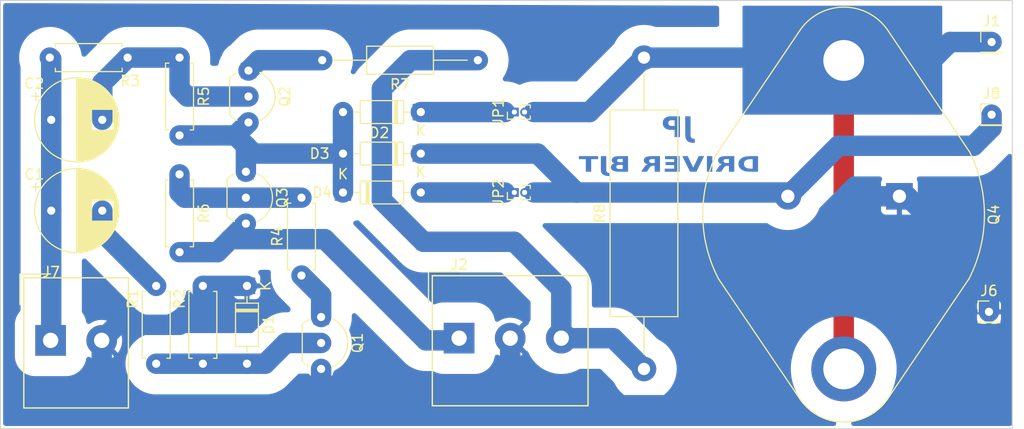
<source format=kicad_pcb>
(kicad_pcb (version 20221018) (generator pcbnew)
  (layers (0 "F.Cu" signal) (31 "B.Cu" signal) (34 "B.Paste" user) (35 "F.Paste" user) (36 "B.SilkS" user "B.Silkscreen") (37 "F.SilkS" user "F.Silkscreen") (38 "B.Mask" user) (39 "F.Mask" user) (44 "Edge.Cuts" user))
  (net 0 "")
  (net 1 "pwm")
  (net 2 "Net-(C1-Pad2)")
  (net 3 "Net-(Q2-B)")
  (net 4 "GND")
  (net 5 "Net-(D1-A)")
  (net 6 "Net-(D2-K)")
  (net 7 "Net-(D2-A)")
  (net 8 "Net-(D3-K)")
  (net 9 "Net-(D4-A)")
  (net 10 "+12V")
  (net 11 "-12V")
  (net 12 "Net-(Q1-C)")
  (net 13 "Net-(Q2-C)")
  (net 14 "Net-(Q3-B)")
  (net 15 "colector")
  (footprint "Diode_THT:D_DO-35_SOD27_P7.62mm_Horizontal" (layer "F.Cu") (at 54.102 40.132)
    (fp_text reference "D4" (at -2.032 0) (layer "F.SilkS"))
    (fp_text value "1N4148")
    (fp_text user "K" (at 0 -1.8) (layer "F.SilkS"))
    (pad "1" thru_hole rect (at 0 0) (size 1.6 1.6) (drill 0.8) (layers "*.Cu" "*.Mask") (net 7 "Net-(D2-A)"))
    (pad "2" thru_hole oval (at 7.62 0) (size 1.6 1.6) (drill 0.8) (layers "*.Cu" "*.Mask") (net 9 "Net-(D4-A)"))
  )
  (footprint "TerminalBlock_Altech:Altech_AK300_1x03_P5.00mm_45-Degree" (layer "F.Cu") (at 65.474 54.395)
    (fp_text reference "J2" (at 0 -7.2) (layer "F.SilkS"))
    (fp_text value "Conn_01x03")
    (pad "1" thru_hole rect (at 0 0) (size 3 3) (drill 1.5) (layers "*.Cu" "*.Mask") (net 11 "-12V"))
    (pad "2" thru_hole circle (at 5 0) (size 3 3) (drill 1.5) (layers "*.Cu" "*.Mask") (net 4 "GND"))
    (pad "3" thru_hole circle (at 10 0) (size 3 3) (drill 1.5) (layers "*.Cu" "*.Mask") (net 10 "+12V"))
  )
  (footprint "Package_TO_SOT_THT:TO-92_Inline_Wide" (layer "F.Cu") (at 51.964 52.324 -90)
    (fp_text reference "Q1" (at 2.54 -3.56 90) (layer "F.SilkS"))
    (fp_text value "BC557")
    (pad "1" thru_hole rect (at 0 0 270) (size 1.5 1.5) (drill 0.8) (layers "*.Cu" "*.Mask") (net 12 "Net-(Q1-C)"))
    (pad "2" thru_hole circle (at 2.54 0 270) (size 1.5 1.5) (drill 0.8) (layers "*.Cu" "*.Mask") (net 5 "Net-(D1-A)"))
    (pad "3" thru_hole circle (at 5.08 0 270) (size 1.5 1.5) (drill 0.8) (layers "*.Cu" "*.Mask") (net 4 "GND"))
  )
  (footprint "Resistor_THT:R_Axial_DIN0207_L6.3mm_D2.5mm_P15.24mm_Horizontal" (layer "F.Cu") (at 67.31 27.178 180)
    (fp_text reference "R7" (at 7.62 -2.37 180) (layer "F.SilkS"))
    (fp_text value "120")
    (pad "1" thru_hole circle (at 0 0 180) (size 1.6 1.6) (drill 0.8) (layers "*.Cu" "*.Mask") (net 10 "+12V"))
    (pad "2" thru_hole oval (at 15.24 0 180) (size 1.6 1.6) (drill 0.8) (layers "*.Cu" "*.Mask") (net 13 "Net-(Q2-C)"))
  )
  (footprint "Connector_PinHeader_1.00mm:PinHeader_1x02_P1.00mm_Vertical" (layer "F.Cu") (at 70.882 32.258 90)
    (fp_text reference "JP1" (at 0 -1.56 90) (layer "F.SilkS"))
    (fp_text value "Jumper")
    (pad "1" thru_hole rect (at 0 0 90) (size 0.85 0.85) (drill 0.5) (layers "*.Cu" "*.Mask") (net 6 "Net-(D2-K)"))
    (pad "2" thru_hole oval (at 0 1 90) (size 0.85 0.85) (drill 0.5) (layers "*.Cu" "*.Mask") (net 15 "colector"))
  )
  (footprint "Resistor_THT:R_Axial_DIN0207_L6.3mm_D2.5mm_P7.62mm_Horizontal" (layer "F.Cu") (at 40.386 56.896 90)
    (fp_text reference "R2" (at 6.35 -2.286 90) (layer "F.SilkS"))
    (fp_text value "1k")
    (pad "1" thru_hole circle (at 0 0 90) (size 1.6 1.6) (drill 0.8) (layers "*.Cu" "*.Mask") (net 5 "Net-(D1-A)"))
    (pad "2" thru_hole oval (at 7.62 0 90) (size 1.6 1.6) (drill 0.8) (layers "*.Cu" "*.Mask") (net 4 "GND"))
  )
  (footprint "Resistor_THT:R_Axial_DIN0207_L6.3mm_D2.5mm_P7.62mm_Horizontal" (layer "F.Cu") (at 38.1 26.924 -90)
    (fp_text reference "R5" (at 3.81 -2.37 90) (layer "F.SilkS"))
    (fp_text value "220")
    (pad "1" thru_hole circle (at 0 0 270) (size 1.6 1.6) (drill 0.8) (layers "*.Cu" "*.Mask") (net 3 "Net-(Q2-B)"))
    (pad "2" thru_hole oval (at 7.62 0 270) (size 1.6 1.6) (drill 0.8) (layers "*.Cu" "*.Mask") (net 7 "Net-(D2-A)"))
  )
  (footprint "Resistor_THT:R_Axial_DIN0207_L6.3mm_D2.5mm_P7.62mm_Horizontal" (layer "F.Cu") (at 50.038 48.26 90)
    (fp_text reference "R4" (at 3.81 -2.37 90) (layer "F.SilkS"))
    (fp_text value "150")
    (pad "1" thru_hole circle (at 0 0 90) (size 1.6 1.6) (drill 0.8) (layers "*.Cu" "*.Mask") (net 12 "Net-(Q1-C)"))
    (pad "2" thru_hole oval (at 7.62 0 90) (size 1.6 1.6) (drill 0.8) (layers "*.Cu" "*.Mask") (net 14 "Net-(Q3-B)"))
  )
  (footprint "Package_TO_SOT_THT:TO-3" (layer "F.Cu") (at 108.579 40.504 -90)
    (fp_text reference "Q4" (at 1.8 -9.25 -270) (layer "F.SilkS"))
    (fp_text value "BU208A")
    (pad "1" thru_hole rect (at 0 0 270) (size 2.6 2.6) (drill 1.3) (layers "*.Cu" "*.Mask") (net 4 "GND"))
    (pad "2" thru_hole circle (at 0 10.92 270) (size 2.6 2.6) (drill 1.3) (layers "*.Cu" "*.Mask") (net 8 "Net-(D3-K)"))
    (pad "3" thru_hole circle (at -13.3 5.45 270) (size 6.35 6.35) (drill 4) (layers "*.Cu" "*.Mask") (net 15 "colector"))
    (pad "3" thru_hole circle (at 16.9 5.45 270) (size 6.35 6.35) (drill 4) (layers "*.Cu" "*.Mask") (net 15 "colector"))
  )
  (footprint "Connector_PinHeader_1.00mm:PinHeader_1x02_P1.00mm_Vertical" (layer "F.Cu") (at 70.882 40.132 90)
    (fp_text reference "JP2" (at 0 -1.56 90) (layer "F.SilkS"))
    (fp_text value "Jumper")
    (pad "1" thru_hole rect (at 0 0 90) (size 0.85 0.85) (drill 0.5) (layers "*.Cu" "*.Mask") (net 9 "Net-(D4-A)"))
    (pad "2" thru_hole oval (at 0 1 90) (size 0.85 0.85) (drill 0.5) (layers "*.Cu" "*.Mask") (net 8 "Net-(D3-K)"))
  )
  (footprint "Diode_THT:D_DO-35_SOD27_P7.62mm_Horizontal" (layer "F.Cu") (at 61.722 36.322 180)
    (fp_text reference "D3" (at 9.906 0) (layer "F.SilkS"))
    (fp_text value "1N4148")
    (fp_text user "K" (at 0 -1.8) (layer "F.SilkS"))
    (pad "1" thru_hole rect (at 0 0 180) (size 1.6 1.6) (drill 0.8) (layers "*.Cu" "*.Mask") (net 8 "Net-(D3-K)"))
    (pad "2" thru_hole oval (at 7.62 0 180) (size 1.6 1.6) (drill 0.8) (layers "*.Cu" "*.Mask") (net 7 "Net-(D2-A)"))
  )
  (footprint "Package_TO_SOT_THT:TO-92_Inline_Wide" (layer "F.Cu") (at 44.852 28.194 -90)
    (fp_text reference "Q2" (at 2.54 -3.56 90) (layer "F.SilkS"))
    (fp_text value "BC548")
    (pad "1" thru_hole rect (at 0 0 270) (size 1.5 1.5) (drill 0.8) (layers "*.Cu" "*.Mask") (net 13 "Net-(Q2-C)"))
    (pad "2" thru_hole circle (at 2.54 0 270) (size 1.5 1.5) (drill 0.8) (layers "*.Cu" "*.Mask") (net 3 "Net-(Q2-B)"))
    (pad "3" thru_hole circle (at 5.08 0 270) (size 1.5 1.5) (drill 0.8) (layers "*.Cu" "*.Mask") (net 7 "Net-(D2-A)"))
  )
  (footprint "Diode_THT:D_DO-35_SOD27_P7.62mm_Horizontal" (layer "F.Cu") (at 61.722 32.258 180)
    (fp_text reference "D2" (at 4.064 -2.032) (layer "F.SilkS"))
    (fp_text value "1N4148")
    (fp_text user "K" (at 0 -1.8) (layer "F.SilkS"))
    (pad "1" thru_hole rect (at 0 0 180) (size 1.6 1.6) (drill 0.8) (layers "*.Cu" "*.Mask") (net 6 "Net-(D2-K)"))
    (pad "2" thru_hole oval (at 7.62 0 180) (size 1.6 1.6) (drill 0.8) (layers "*.Cu" "*.Mask") (net 7 "Net-(D2-A)"))
  )
  (footprint "Resistor_THT:R_Axial_DIN0207_L6.3mm_D2.5mm_P7.62mm_Horizontal" (layer "F.Cu") (at 25.4 26.924)
    (fp_text reference "R3" (at 7.874 2.286) (layer "F.SilkS"))
    (fp_text value "820")
    (pad "1" thru_hole circle (at 0 0) (size 1.6 1.6) (drill 0.8) (layers "*.Cu" "*.Mask") (net 1 "pwm"))
    (pad "2" thru_hole oval (at 7.62 0) (size 1.6 1.6) (drill 0.8) (layers "*.Cu" "*.Mask") (net 3 "Net-(Q2-B)"))
  )
  (footprint "Capacitor_THT:CP_Radial_D8.0mm_P5.00mm" (layer "F.Cu") (at 25.537349 33.02)
    (fp_text reference "C2" (at -1.661349 -3.556) (layer "F.SilkS"))
    (fp_text value "150pF")
    (pad "1" thru_hole rect (at 0 0) (size 1.6 1.6) (drill 0.8) (layers "*.Cu" "*.Mask") (net 1 "pwm"))
    (pad "2" thru_hole circle (at 5 0) (size 1.6 1.6) (drill 0.8) (layers "*.Cu" "*.Mask") (net 3 "Net-(Q2-B)"))
  )
  (footprint "TerminalBlock_Altech:Altech_AK300_1x02_P5.00mm_45-Degree" (layer "F.Cu") (at 25.48 54.61)
    (fp_text reference "J7" (at 0.057349 -6.692) (layer "F.SilkS"))
    (fp_text value "Conn_01x02")
    (pad "1" thru_hole rect (at 0 0) (size 3 3) (drill 1.5) (layers "*.Cu" "*.Mask") (net 1 "pwm"))
    (pad "2" thru_hole circle (at 5 0) (size 3 3) (drill 1.5) (layers "*.Cu" "*.Mask") (net 4 "GND"))
  )
  (footprint "Package_TO_SOT_THT:TO-92_Inline_Wide" (layer "F.Cu") (at 44.598 38.1 -90)
    (fp_text reference "Q3" (at 2.54 -3.56 90) (layer "F.SilkS"))
    (fp_text value "BC548")
    (pad "1" thru_hole rect (at 0 0 270) (size 1.5 1.5) (drill 0.8) (layers "*.Cu" "*.Mask") (net 7 "Net-(D2-A)"))
    (pad "2" thru_hole circle (at 2.54 0 270) (size 1.5 1.5) (drill 0.8) (layers "*.Cu" "*.Mask") (net 14 "Net-(Q3-B)"))
    (pad "3" thru_hole circle (at 5.08 0 270) (size 1.5 1.5) (drill 0.8) (layers "*.Cu" "*.Mask") (net 11 "-12V"))
  )
  (footprint "Connector_PinHeader_2.00mm:PinHeader_1x01_P2.00mm_Vertical" (layer "F.Cu") (at 117.348 51.816)
    (fp_text reference "J6" (at 0 -2.06) (layer "F.SilkS"))
    (fp_text value "emisor")
    (pad "1" thru_hole rect (at 0 0) (size 1.35 1.35) (drill 0.8) (layers "*.Cu" "*.Mask") (net 4 "GND"))
  )
  (footprint "Resistor_THT:R_Axial_DIN0207_L6.3mm_D2.5mm_P7.62mm_Horizontal" (layer "F.Cu") (at 35.814 49.276 -90)
    (fp_text reference "R1" (at 1.27 2.286 90) (layer "F.SilkS"))
    (fp_text value "270")
    (pad "1" thru_hole circle (at 0 0 270) (size 1.6 1.6) (drill 0.8) (layers "*.Cu" "*.Mask") (net 2 "Net-(C1-Pad2)"))
    (pad "2" thru_hole oval (at 7.62 0 270) (size 1.6 1.6) (drill 0.8) (layers "*.Cu" "*.Mask") (net 5 "Net-(D1-A)"))
  )
  (footprint "Resistor_THT:R_Axial_DIN0207_L6.3mm_D2.5mm_P7.62mm_Horizontal" (layer "F.Cu") (at 38.1 38.354 -90)
    (fp_text reference "R6" (at 3.81 -2.37 90) (layer "F.SilkS"))
    (fp_text value "100")
    (pad "1" thru_hole circle (at 0 0 270) (size 1.6 1.6) (drill 0.8) (layers "*.Cu" "*.Mask") (net 14 "Net-(Q3-B)"))
    (pad "2" thru_hole oval (at 7.62 0 270) (size 1.6 1.6) (drill 0.8) (layers "*.Cu" "*.Mask") (net 11 "-12V"))
  )
  (footprint "Resistor_THT:R_Axial_Power_L20.0mm_W6.4mm_P30.48mm" (layer "F.Cu") (at 83.571 57.409 90)
    (fp_text reference "R8" (at 15.24 -4.32 90) (layer "F.SilkS"))
    (fp_text value "12 ohm 7w")
    (pad "1" thru_hole circle (at 0 0 90) (size 2.4 2.4) (drill 1.2) (layers "*.Cu" "*.Mask") (net 10 "+12V"))
    (pad "2" thru_hole oval (at 30.48 0 90) (size 2.4 2.4) (drill 1.2) (layers "*.Cu" "*.Mask") (net 15 "colector"))
  )
  (footprint "Diode_THT:D_DO-35_SOD27_P7.62mm_Horizontal" (layer "F.Cu") (at 44.704 49.276 -90)
    (fp_text reference "D1" (at 3.81 -2.12 90) (layer "F.SilkS"))
    (fp_text value "1N4148")
    (fp_text user "K" (at 0 -1.8 90) (layer "F.SilkS"))
    (pad "1" thru_hole rect (at 0 0 270) (size 1.6 1.6) (drill 0.8) (layers "*.Cu" "*.Mask") (net 4 "GND"))
    (pad "2" thru_hole oval (at 7.62 0 270) (size 1.6 1.6) (drill 0.8) (layers "*.Cu" "*.Mask") (net 5 "Net-(D1-A)"))
  )
  (footprint "Connector_PinHeader_2.00mm:PinHeader_1x01_P2.00mm_Vertical" (layer "F.Cu") (at 117.607 32.512)
    (fp_text reference "J8" (at 0 -2.06) (layer "F.SilkS"))
    (fp_text value "base")
    (pad "1" thru_hole rect (at 0 0) (size 1.35 1.35) (drill 0.8) (layers "*.Cu" "*.Mask") (net 8 "Net-(D3-K)"))
  )
  (footprint "Capacitor_THT:CP_Radial_D8.0mm_P5.00mm" (layer "F.Cu") (at 25.537349 41.91)
    (fp_text reference "C1" (at -1.661349 -3.556) (layer "F.SilkS"))
    (fp_text value "10nF")
    (pad "1" thru_hole rect (at 0 0) (size 1.6 1.6) (drill 0.8) (layers "*.Cu" "*.Mask") (net 1 "pwm"))
    (pad "2" thru_hole circle (at 5 0) (size 1.6 1.6) (drill 0.8) (layers "*.Cu" "*.Mask") (net 2 "Net-(C1-Pad2)"))
  )
  (footprint "Connector_PinHeader_2.00mm:PinHeader_1x01_P2.00mm_Vertical" (layer "F.Cu") (at 117.607 25.4)
    (fp_text reference "J1" (at 0 -2.06) (layer "F.SilkS"))
    (fp_text value "colector")
    (pad "1" thru_hole rect (at 0 0) (size 1.35 1.35) (drill 0.8) (layers "*.Cu" "*.Mask") (net 15 "colector"))
  )
  (gr_rect (start 20.574 21.336) (end 119.634 63.246) (stroke (width 0.1)) (fill none) (layer "Edge.Cuts"))
  (gr_text "DRIVER BJT" (at 94.996 38.354) (layer "B.Cu") (effects (font (size 1.5 2) (thickness 0.3) bold) (justify left bottom mirror)))
  (gr_text "JP" (at 88.392 35.052) (layer "B.Cu") (effects (font (size 2 2) (thickness 0.3) bold) (justify left bottom mirror)))
  (segment (start 25.537349 33.02) (end 25.537349 27.061349) (width 2) (layer "B.Cu") (net 1))
  (segment (start 25.537349 27.061349) (end 25.4 26.924) (width 2) (layer "B.Cu") (net 1))
  (segment (start 25.537349 54.552651) (end 25.48 54.61) (width 2) (layer "B.Cu") (net 1))
  (segment (start 25.537349 41.91) (end 25.537349 54.552651) (width 2) (layer "B.Cu") (net 1))
  (segment (start 25.537349 33.02) (end 25.537349 41.91) (width 2) (layer "B.Cu") (net 1))
  (segment (start 30.537349 41.91) (end 30.537349 43.999349) (width 2) (layer "B.Cu") (net 2))
  (segment (start 30.537349 43.999349) (end 35.814 49.276) (width 2) (layer "B.Cu") (net 2))
  (segment (start 38.862 30.734) (end 38.1 29.972) (width 2) (layer "B.Cu") (net 3))
  (segment (start 38.1 26.924) (end 33.02 26.924) (width 2) (layer "B.Cu") (net 3))
  (segment (start 30.537349 33.02) (end 30.537349 29.406651) (width 2) (layer "B.Cu") (net 3))
  (segment (start 38.1 29.972) (end 38.1 26.924) (width 2) (layer "B.Cu") (net 3))
  (segment (start 30.537349 29.406651) (end 33.02 26.924) (width 2) (layer "B.Cu") (net 3))
  (segment (start 44.852 30.734) (end 38.862 30.734) (width 2) (layer "B.Cu") (net 3))
  (segment (start 70.474 59.806) (end 71.628 60.96) (width 2) (layer "B.Cu") (net 4))
  (segment (start 117.348 51.816) (end 117.348 48.509) (width 2) (layer "B.Cu") (net 4))
  (segment (start 44.704 49.276) (end 40.386 49.276) (width 2) (layer "B.Cu") (net 4))
  (segment (start 70.474 54.395) (end 70.474 59.806) (width 2) (layer "B.Cu") (net 4))
  (segment (start 30.48 58.928) (end 32.512 60.96) (width 2) (layer "B.Cu") (net 4))
  (segment (start 32.512 60.96) (end 53.594 60.96) (width 2) (layer "B.Cu") (net 4))
  (segment (start 40.386 50.8) (end 38.1 53.086) (width 2) (layer "B.Cu") (net 4))
  (segment (start 40.386 49.276) (end 40.386 50.8) (width 2) (layer "B.Cu") (net 4))
  (segment (start 51.964 57.404) (end 51.964 59.33) (width 2) (layer "B.Cu") (net 4))
  (segment (start 91.445 60.96) (end 94.747 57.658) (width 2) (layer "B.Cu") (net 4))
  (segment (start 32.004 53.086) (end 30.48 54.61) (width 2) (layer "B.Cu") (net 4))
  (segment (start 94.747 57.658) (end 94.747 52.07) (width 2) (layer "B.Cu") (net 4))
  (segment (start 38.1 53.086) (end 32.004 53.086) (width 2) (layer "B.Cu") (net 4))
  (segment (start 51.964 59.33) (end 53.594 60.96) (width 2) (layer "B.Cu") (net 4))
  (segment (start 30.48 54.61) (end 30.48 58.928) (width 2) (layer "B.Cu") (net 4))
  (segment (start 117.348 48.509) (end 109.343 40.504) (width 2) (layer "B.Cu") (net 4))
  (segment (start 106.313 40.504) (end 108.579 40.504) (width 2) (layer "B.Cu") (net 4))
  (segment (start 53.594 60.96) (end 71.628 60.96) (width 2) (layer "B.Cu") (net 4))
  (segment (start 109.343 40.504) (end 108.579 40.504) (width 2) (layer "B.Cu") (net 4))
  (segment (start 94.747 52.07) (end 106.313 40.504) (width 2) (layer "B.Cu") (net 4))
  (segment (start 71.628 60.96) (end 91.445 60.96) (width 2) (layer "B.Cu") (net 4))
  (segment (start 35.814 56.896) (end 40.386 56.896) (width 2) (layer "B.Cu") (net 5))
  (segment (start 48.514 54.864) (end 51.964 54.864) (width 2) (layer "B.Cu") (net 5))
  (segment (start 46.482 56.896) (end 48.514 54.864) (width 2) (layer "B.Cu") (net 5))
  (segment (start 44.704 56.896) (end 40.386 56.896) (width 2) (layer "B.Cu") (net 5))
  (segment (start 44.704 56.896) (end 46.482 56.896) (width 2) (layer "B.Cu") (net 5))
  (segment (start 61.722 32.258) (end 69.957 32.258) (width 2) (layer "B.Cu") (net 6))
  (segment (start 44.598 38.1) (end 44.598 35.56) (width 2) (layer "B.Cu") (net 7))
  (segment (start 44.598 35.56) (end 45.36 36.322) (width 2) (layer "B.Cu") (net 7))
  (segment (start 54.102 32.258) (end 54.102 36.322) (width 2) (layer "B.Cu") (net 7))
  (segment (start 54.102 40.132) (end 54.102 36.322) (width 2) (layer "B.Cu") (net 7))
  (segment (start 43.582 34.544) (end 44.852 33.274) (width 2) (layer "B.Cu") (net 7))
  (segment (start 45.36 36.322) (end 54.102 36.322) (width 2) (layer "B.Cu") (net 7))
  (segment (start 44.598 33.528) (end 44.852 33.274) (width 2) (layer "B.Cu") (net 7))
  (segment (start 44.598 35.56) (end 43.582 34.544) (width 2) (layer "B.Cu") (net 7))
  (segment (start 38.1 34.544) (end 43.582 34.544) (width 2) (layer "B.Cu") (net 7))
  (segment (start 76.962 40.132) (end 98.031 40.132) (width 2) (layer "B.Cu") (net 8))
  (segment (start 73.152 36.322) (end 76.962 40.132) (width 2) (layer "B.Cu") (net 8))
  (segment (start 117.607 32.512) (end 117.607 33.782) (width 2) (layer "B.Cu") (net 8))
  (segment (start 102.603 35.56) (end 115.829 35.56) (width 2) (layer "B.Cu") (net 8))
  (segment (start 61.722 36.322) (end 73.152 36.322) (width 2) (layer "B.Cu") (net 8))
  (segment (start 98.031 40.132) (end 102.603 35.56) (width 2) (layer "B.Cu") (net 8))
  (segment (start 72.807 40.132) (end 76.962 40.132) (width 2) (layer "B.Cu") (net 8))
  (segment (start 117.607 33.782) (end 115.829 35.56) (width 2) (layer "B.Cu") (net 8))
  (segment (start 97.659 40.504) (end 102.603 35.56) (width 2) (layer "B.Cu") (net 8))
  (segment (start 61.722 40.132) (end 69.957 40.132) (width 2) (layer "B.Cu") (net 9))
  (segment (start 61.976 44.958) (end 70.866 44.958) (width 2) (layer "B.Cu") (net 10))
  (segment (start 75.474 49.566) (end 75.474 54.395) (width 2) (layer "B.Cu") (net 10))
  (segment (start 57.912 40.894) (end 61.976 44.958) (width 2) (layer "B.Cu") (net 10))
  (segment (start 70.866 44.958) (end 75.474 49.566) (width 2) (layer "B.Cu") (net 10))
  (segment (start 80.557 54.395) (end 75.474 54.395) (width 2) (layer "B.Cu") (net 10))
  (segment (start 60.706 27.178) (end 57.912 29.972) (width 2) (layer "B.Cu") (net 10))
  (segment (start 83.571 57.409) (end 80.557 54.395) (width 2) (layer "B.Cu") (net 10))
  (segment (start 57.912 29.972) (end 57.912 40.894) (width 2) (layer "B.Cu") (net 10))
  (segment (start 67.31 27.178) (end 60.706 27.178) (width 2) (layer "B.Cu") (net 10))
  (segment (start 62.23 54.61) (end 65.259 54.61) (width 2) (layer "B.Cu") (net 11))
  (segment (start 62.23 54.61) (end 52.324 44.704) (width 2) (layer "B.Cu") (net 11))
  (segment (start 41.804 45.974) (end 38.1 45.974) (width 2) (layer "B.Cu") (net 11))
  (segment (start 44.598 43.18) (end 43 44.778) (width 2) (layer "B.Cu") (net 11))
  (segment (start 43.074 44.704) (end 43 44.778) (width 2) (layer "B.Cu") (net 11))
  (segment (start 43 44.778) (end 41.804 45.974) (width 2) (layer "B.Cu") (net 11))
  (segment (start 65.259 54.61) (end 65.474 54.395) (width 2) (layer "B.Cu") (net 11))
  (segment (start 52.324 44.704) (end 43.074 44.704) (width 2) (layer "B.Cu") (net 11))
  (segment (start 51.964 52.324) (end 51.964 50.186) (width 2) (layer "B.Cu") (net 12))
  (segment (start 51.964 50.186) (end 50.038 48.26) (width 2) (layer "B.Cu") (net 12))
  (segment (start 52.07 27.178) (end 45.868 27.178) (width 2) (layer "B.Cu") (net 13))
  (segment (start 45.868 27.178) (end 44.852 28.194) (width 2) (layer "B.Cu") (net 13))
  (segment (start 38.608 40.64) (end 38.1 40.132) (width 2) (layer "B.Cu") (net 14))
  (segment (start 44.598 40.64) (end 38.608 40.64) (width 2) (layer "B.Cu") (net 14))
  (segment (start 38.1 40.132) (end 38.1 38.354) (width 2) (layer "B.Cu") (net 14))
  (segment (start 50.038 40.64) (end 44.598 40.64) (width 2) (layer "B.Cu") (net 14))
  (segment (start 103.129 27.204) (end 103.129 57.404) (width 2) (layer "F.Cu") (net 15))
  (segment (start 103.129 27.204) (end 111.739 27.204) (width 2) (layer "B.Cu") (net 15))
  (segment (start 113.543 25.4) (end 117.607 25.4) (width 2) (layer "B.Cu") (net 15))
  (segment (start 102.854 26.929) (end 103.129 27.204) (width 2) (layer "B.Cu") (net 15))
  (segment (start 78.242 32.258) (end 72.807 32.258) (width 2) (layer "B.Cu") (net 15))
  (segment (start 111.739 27.204) (end 113.543 25.4) (width 2) (layer "B.Cu") (net 15))
  (segment (start 83.571 26.929) (end 102.854 26.929) (width 2) (layer "B.Cu") (net 15))
  (segment (start 83.571 26.929) (end 78.242 32.258) (width 2) (layer "B.Cu") (net 15))
  (zone (net 4) (net_name "GND") (layer "B.Cu") (priority 1) (connect_pads (clearance 2)) (min_thickness 0.5) (fill yes (thermal_gap 0.5) (thermal_bridge_width 0.5))
    (polygon (pts (xy 22.352 21.59) (xy 90.932 21.844) (xy 90.932 34.544) (xy 115.316 34.544) (xy 115.316 21.844) (xy 119.634 21.844) (xy 119.634 62.992) (xy 20.828 62.992) (xy 20.828 21.59)))
  )
  (zone (net 15) (net_name "colector") (layer "B.Cu") (connect_pads yes (clearance 2)) (min_thickness 0.25) (fill yes (thermal_gap 0.5) (thermal_bridge_width 0.5))
    (polygon (pts (xy 93.218 32.512) (xy 112.776 32.512) (xy 112.776 21.844) (xy 93.218 21.844)))
  )
)
</source>
